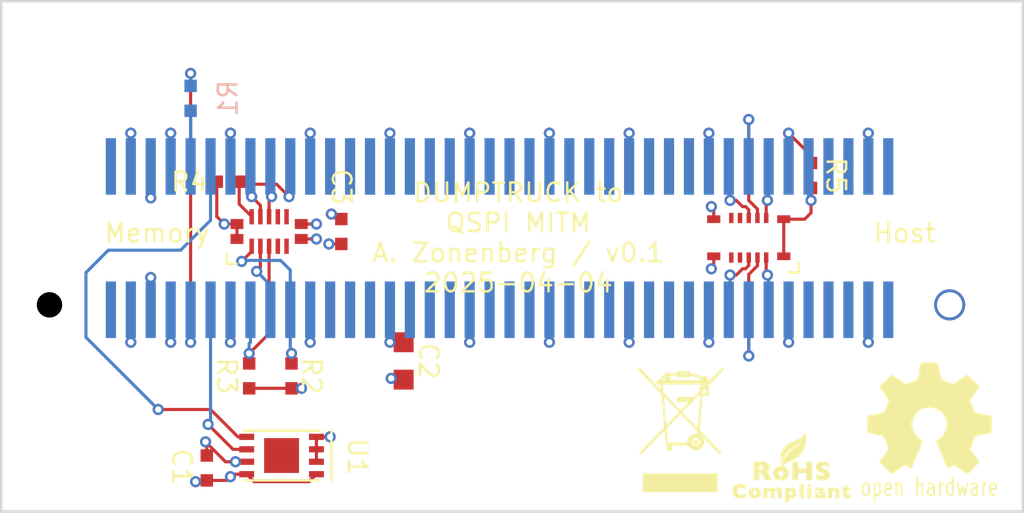
<source format=kicad_pcb>
(kicad_pcb (version 20240108) (generator "pcbnew") (generator_version "8.0")
  (layers (0 "F.Cu" signal) (1 "In1.Cu" signal) (2 "In2.Cu" signal) (31 "B.Cu" signal) (34 "B.Paste" user) (35 "F.Paste" user) (36 "B.SilkS" user "B.Silkscreen") (37 "F.SilkS" user "F.Silkscreen") (38 "B.Mask" user) (39 "F.Mask" user) (44 "Edge.Cuts" user))
  (net 0 "")
  (net 1 "/3V3_EEPROM")
  (net 2 "/GND")
  (net 3 "/VCC")
  (net 9 "/HOST_DQ0")
  (net 10 "/HOST_DQ1")
  (net 11 "/QSPI_DQ0")
  (net 12 "/QSPI_DQ2")
  (net 13 "/QSPI_SCK")
  (net 14 "Net-(J1B-PRESENT)")
  (net 17 "/QSPI_DQ3")
  (net 20 "/EEPROM_SCL")
  (net 21 "/QSPI_DQ1")
  (net 23 "/EEPROM_SDA")
  (net 24 "/HOST_DQ3")
  (net 36 "/HOST_DQ2")
  (net 42 "/HOST_CS_N")
  (net 43 "/DUT_VCC")
  (net 48 "/HOST_SCK")
  (net 50 "/QSPI_CS_N")
  (footprint "azonenberg_pcb:EIA_0603_CAP_NOSILK" (layer "F.Cu") (at 134.9 85.2 90)
    (property "Reference" "C2" (at 0 1 -90) (layer "F.SilkS") (effects (font (size 0.75 0.75) (thickness 0.1))))
    (property "Value" "4.7 uF" (hide yes))
    (pad "1" smd rect (at -0.75 0 90) (size 0.8 0.8) (layers "F.Cu" "F.Paste" "F.Mask") (net 3 "/VCC"))
    (pad "2" smd rect (at 0.75 0 90) (size 0.8 0.8) (layers "F.Cu" "F.Paste" "F.Mask") (net 2 "/GND"))
  )
  (footprint "azonenberg_pcb:EIA_0402_RES_NOSILK" (layer "F.Cu") (at 130.4 85.8 -90)
    (property "Reference" "R2" (at 0 -0.8 -90) (layer "F.SilkS") (effects (font (size 0.75 0.75) (thickness 0.1))))
    (property "Value" "10K" (hide yes))
    (pad "1" smd rect (at -0.499999 0 270) (size 0.5 0.5) (layers "F.Cu" "F.Paste" "F.Mask") (net 50 "/QSPI_CS_N"))
    (pad "2" smd rect (at 0.499999 0 270) (size 0.5 0.5) (layers "F.Cu" "F.Paste" "F.Mask") (net 3 "/VCC"))
  )
  (footprint "w_logo:Logo_silk_WEEE_3.4x5mm" (layer "F.Cu") (at 146 88)
    (property "Reference" "M3" (hide yes))
    (property "Value" "MECHANICAL" (hide yes))
  )
  (footprint "azonenberg_pcb:DFN_8_0.5MM_2x3MM_TALL" (layer "F.Cu") (at 130 89 90)
    (property "Reference" "U1" (at -0.05 3.05 -90) (layer "F.SilkS") (effects (font (size 0.75 0.75) (thickness 0.1))))
    (property "Value" "M24C02-RMC6TG" (hide yes))
    (pad "1" smd rect (at -0.750001 1.4 90) (size 0.25 0.6) (layers "F.Cu" "F.Paste" "F.Mask") (net 1 "/3V3_EEPROM"))
    (pad "2" smd rect (at -0.25 1.4 90) (size 0.25 0.6) (layers "F.Cu" "F.Paste" "F.Mask") (net 2 "/GND"))
    (pad "3" smd rect (at 0.25 1.4 90) (size 0.25 0.6) (layers "F.Cu" "F.Paste" "F.Mask") (net 2 "/GND"))
    (pad "4" smd rect (at 0.750001 1.4 90) (size 0.25 0.6) (layers "F.Cu" "F.Paste" "F.Mask") (net 2 "/GND"))
    (pad "5" smd rect (at 0.750001 -1.4 90) (size 0.25 0.6) (layers "F.Cu" "F.Paste" "F.Mask") (net 23 "/EEPROM_SDA"))
    (pad "6" smd rect (at 0.25 -1.4 90) (size 0.25 0.6) (layers "F.Cu" "F.Paste" "F.Mask") (net 20 "/EEPROM_SCL"))
    (pad "7" smd rect (at -0.25 -1.4 90) (size 0.25 0.6) (layers "F.Cu" "F.Paste" "F.Mask") (net 2 "/GND"))
    (pad "8" smd rect (at -0.750001 -1.4 90) (size 0.25 0.6) (layers "F.Cu" "F.Paste" "F.Mask") (net 1 "/3V3_EEPROM"))
    (pad "PAD" smd rect (at 0 0 90) (size 1.4 1.4) (layers "F.Cu" "F.Mask"))
  )
  (footprint "azonenberg_pcb:EIA_0402_CAP_NOSILK" (layer "F.Cu") (at 127 89.5 90)
    (property "Reference" "C1" (at 0.05 -1 -90) (layer "F.SilkS") (effects (font (size 0.75 0.75) (thickness 0.1))))
    (property "Value" "0.47 uF" (hide yes))
    (pad "1" smd rect (at -0.499999 0 90) (size 0.5 0.5) (layers "F.Cu" "F.Paste" "F.Mask") (net 1 "/3V3_EEPROM"))
    (pad "2" smd rect (at 0.499999 0 90) (size 0.5 0.5) (layers "F.Cu" "F.Paste" "F.Mask") (net 2 "/GND"))
  )
  (footprint "azonenberg_pcb:CONN_AMPHENOL_103R010BB100" (layer "F.Cu") (at 148.75 80.25 180)
    (property "Reference" "J2" (hide yes))
    (property "Value" "103R010BB100" (hide yes))
    (pad "1" smd rect (at -0.7 -0.795 180) (size 0.18 0.41) (layers "F.Cu" "F.Paste" "F.Mask") (net 42 "/HOST_CS_N"))
    (pad "2" smd rect (at -0.349999 -0.795 180) (size 0.18 0.41) (layers "F.Cu" "F.Paste" "F.Mask") (net 10 "/HOST_DQ1"))
    (pad "3" smd rect (at 0 -0.795 180) (size 0.18 0.41) (layers "F.Cu" "F.Paste" "F.Mask") (net 36 "/HOST_DQ2"))
    (pad "4" smd rect (at 0.349999 -0.795 180) (size 0.18 0.41) (layers "F.Cu" "F.Paste" "F.Mask"))
    (pad "5" smd rect (at 0.7 -0.795 180) (size 0.18 0.41) (layers "F.Cu" "F.Paste" "F.Mask"))
    (pad "6" smd rect (at -0.7 0.795 180) (size 0.18 0.41) (layers "F.Cu" "F.Paste" "F.Mask") (net 24 "/HOST_DQ3"))
    (pad "7" smd rect (at -0.349999 0.795 180) (size 0.18 0.41) (layers "F.Cu" "F.Paste" "F.Mask") (net 48 "/HOST_SCK"))
    (pad "8" smd rect (at 0 0.795 180) (size 0.18 0.41) (layers "F.Cu" "F.Paste" "F.Mask") (net 9 "/HOST_DQ0"))
    (pad "9" smd rect (at 0.349999 0.795 180) (size 0.18 0.41) (layers "F.Cu" "F.Paste" "F.Mask"))
    (pad "10" smd rect (at 0.7 0.795 180) (size 0.18 0.41) (layers "F.Cu" "F.Paste" "F.Mask"))
    (pad "11" smd rect (at -1.405 0.745001 180) (size 0.53 0.31) (layers "F.Cu" "F.Paste" "F.Mask") (net 43 "/DUT_VCC"))
    (pad "12" smd rect (at -1.405 -0.745001 180) (size 0.53 0.31) (layers "F.Cu" "F.Paste" "F.Mask") (net 43 "/DUT_VCC"))
    (pad "13" smd rect (at 1.405 -0.745001 180) (size 0.53 0.31) (layers "F.Cu" "F.Paste" "F.Mask") (net 2 "/GND"))
    (pad "14" smd rect (at 1.405 0.745001 180) (size 0.53 0.31) (layers "F.Cu" "F.Paste" "F.Mask") (net 2 "/GND"))
  )
  (footprint "azonenberg_pcb:EIA_0402_CAP_NOSILK" (layer "F.Cu") (at 132.4 80 -90)
    (property "Reference" "C3" (at -1.8 0 -90) (layer "F.SilkS") (effects (font (size 0.75 0.75) (thickness 0.1))))
    (property "Value" "0.47 uF" (hide yes))
    (pad "1" smd rect (at -0.499999 0 270) (size 0.5 0.5) (layers "F.Cu" "F.Paste" "F.Mask") (net 3 "/VCC"))
    (pad "2" smd rect (at 0.499999 0 270) (size 0.5 0.5) (layers "F.Cu" "F.Paste" "F.Mask") (net 2 "/GND"))
  )
  (footprint "azonenberg_pcb:EIA_0402_RES_NOSILK" (layer "F.Cu") (at 151.25 77.749999 90)
    (property "Reference" "R5" (at 0 1 -90) (layer "F.SilkS") (effects (font (size 0.75 0.75) (thickness 0.1))))
    (property "Value" "10K" (hide yes))
    (pad "1" smd rect (at -0.499999 0 90) (size 0.5 0.5) (layers "F.Cu" "F.Paste" "F.Mask") (net 43 "/DUT_VCC"))
    (pad "2" smd rect (at 0.499999 0 90) (size 0.5 0.5) (layers "F.Cu" "F.Paste" "F.Mask") (net 2 "/GND"))
  )
  (footprint "w_logo:Logo_silk_OSHW_6x6mm" (layer "F.Cu") (at 156 87.5)
    (property "Reference" "M2" (hide yes))
    (property "Value" "MECHANICAL" (hide yes))
  )
  (footprint "w_logo:Logo_silk_ROHS_5x2.8mm" (layer "F.Cu") (at 150.5 89.5)
    (property "Reference" "M1" (hide yes))
    (property "Value" "MECHANICAL" (hide yes))
  )
  (footprint "azonenberg_pcb:CONN_AMPHENOL_103P010BB100" (layer "F.Cu") (at 129.5 80)
    (property "Reference" "J3" (hide yes))
    (property "Value" "103P010BB1100" (hide yes))
    (pad "1" smd rect (at -0.7 0.5925) (size 0.18 0.615) (layers "F.Cu" "F.Paste" "F.Mask") (net 50 "/QSPI_CS_N"))
    (pad "2" smd rect (at -0.35 0.5925) (size 0.18 0.615) (layers "F.Cu" "F.Paste" "F.Mask") (net 21 "/QSPI_DQ1"))
    (pad "3" smd rect (at 0 0.5925) (size 0.18 0.615) (layers "F.Cu" "F.Paste" "F.Mask") (net 12 "/QSPI_DQ2"))
    (pad "4" smd rect (at 0.35 0.5925) (size 0.18 0.615) (layers "F.Cu" "F.Paste" "F.Mask"))
    (pad "5" smd rect (at 0.7 0.5925) (size 0.18 0.615) (layers "F.Cu" "F.Paste" "F.Mask"))
    (pad "6" smd rect (at -0.7 -0.5925) (size 0.18 0.615) (layers "F.Cu" "F.Paste" "F.Mask") (net 17 "/QSPI_DQ3"))
    (pad "7" smd rect (at -0.35 -0.5925) (size 0.18 0.615) (layers "F.Cu" "F.Paste" "F.Mask") (net 13 "/QSPI_SCK"))
    (pad "8" smd rect (at 0 -0.5925) (size 0.18 0.615) (layers "F.Cu" "F.Paste" "F.Mask") (net 11 "/QSPI_DQ0"))
    (pad "9" smd rect (at 0.35 -0.5925) (size 0.18 0.615) (layers "F.Cu" "F.Paste" "F.Mask"))
    (pad "10" smd rect (at 0.7 -0.5925) (size 0.18 0.615) (layers "F.Cu" "F.Paste" "F.Mask"))
    (pad "11" smd rect (at -1.29 -0.3) (size 0.52 0.4) (layers "F.Cu" "F.Paste" "F.Mask") (net 3 "/VCC"))
    (pad "12" smd rect (at -1.29 0.3) (size 0.52 0.4) (layers "F.Cu" "F.Paste" "F.Mask") (net 3 "/VCC"))
    (pad "13" smd rect (at 1.29 0.3) (size 0.52 0.4) (layers "F.Cu" "F.Paste" "F.Mask") (net 2 "/GND"))
    (pad "14" smd rect (at 1.29 -0.3) (size 0.52 0.4) (layers "F.Cu" "F.Paste" "F.Mask") (net 2 "/GND"))
  )
  (footprint "azonenberg_pcb:EIA_0402_RES_NOSILK" (layer "F.Cu") (at 128.7 85.8 -90)
    (property "Reference" "R3" (at 0 0.9 -90) (layer "F.SilkS") (effects (font (size 0.75 0.75) (thickness 0.1))))
    (property "Value" "10K" (hide yes))
    (pad "1" smd rect (at -0.499999 0 270) (size 0.5 0.5) (layers "F.Cu" "F.Paste" "F.Mask") (net 12 "/QSPI_DQ2"))
    (pad "2" smd rect (at 0.499999 0 270) (size 0.5 0.5) (layers "F.Cu" "F.Paste" "F.Mask") (net 3 "/VCC"))
  )
  (footprint "azonenberg_pcb:EIA_0402_RES_NOSILK" (layer "F.Cu") (at 127.9 78 180)
    (property "Reference" "R4" (at 1.6 0 0) (layer "F.SilkS") (effects (font (size 0.75 0.75) (thickness 0.1))))
    (property "Value" "10K" (hide yes))
    (pad "1" smd rect (at -0.499999 0 180) (size 0.5 0.5) (layers "F.Cu" "F.Paste" "F.Mask") (net 17 "/QSPI_DQ3"))
    (pad "2" smd rect (at 0.499999 0 180) (size 0.5 0.5) (layers "F.Cu" "F.Paste" "F.Mask") (net 3 "/VCC"))
  )
  (footprint "azonenberg_pcb:EIA_0402_RES_NOSILK" (layer "B.Cu") (at 126.35 74.65 -90)
    (property "Reference" "R1" (at 0 -1.5 90) (layer "B.SilkS") (effects (font (size 0.75 0.75) (thickness 0.1)) (justify mirror)))
    (property "Value" "0" (hide yes))
    (pad "1" smd rect (at -0.499999 0 270) (size 0.5 0.5) (layers "B.Cu" "B.Paste" "B.Mask") (net 1 "/3V3_EEPROM"))
    (pad "2" smd rect (at 0.499999 0 270) (size 0.5 0.5) (layers "B.Cu" "B.Paste" "B.Mask") (net 14 "Net-(J1B-PRESENT)"))
  )
  (footprint "azonenberg_pcb:CONN_SAMTEC_BSE-040-01-L-D-A-TR" (layer "B.Cu") (at 138.75 80.25)
    (property "Reference" "J1" (hide yes))
    (property "Value" "CONN_DUMPTRUCK_DEVICE" (hide yes))
    (pad "" np_thru_hole circle (at -18.064 2.6965) (size 1.25 1.25) (drill 1.02) (layers "Dwgs.User"))
    (pad "" np_thru_hole circle (at 18.064 2.6965) (size 1.25 1.25) (drill 1.016) (layers "F&B.Cu" "Dwgs.User"))
    (pad "1" smd rect (at -15.6 -2.8635) (size 0.41 2.273) (layers "B.Cu" "B.Paste" "B.Mask"))
    (pad "2" smd rect (at -15.6 2.8935) (size 0.41 2.273) (layers "B.Cu" "B.Paste" "B.Mask"))
    (pad "3" smd rect (at -14.8 -2.8635) (size 0.41 2.273) (layers "B.Cu" "B.Paste" "B.Mask") (net 2 "/GND"))
    (pad "4" smd rect (at -14.8 2.8935) (size 0.41 2.273) (layers "B.Cu" "B.Paste" "B.Mask") (net 2 "/GND"))
    (pad "5" smd rect (at -14 -2.8635) (size 0.41 2.273) (layers "B.Cu" "B.Paste" "B.Mask") (net 3 "/VCC"))
    (pad "6" smd rect (at -14 2.8935) (size 0.41 2.273) (layers "B.Cu" "B.Paste" "B.Mask") (net 3 "/VCC"))
    (pad "7" smd rect (at -13.2 -2.8635) (size 0.41 2.273) (layers "B.Cu" "B.Paste" "B.Mask") (net 2 "/GND"))
    (pad "8" smd rect (at -13.2 2.8935) (size 0.41 2.273) (layers "B.Cu" "B.Paste" "B.Mask") (net 2 "/GND"))
    (pad "9" smd rect (at -12.4 -2.8635) (size 0.41 2.273) (layers "B.Cu" "B.Paste" "B.Mask") (net 14 "Net-(J1B-PRESENT)"))
    (pad "10" smd rect (at -12.4 2.8935) (size 0.41 2.273) (layers "B.Cu" "B.Paste" "B.Mask") (net 1 "/3V3_EEPROM"))
    (pad "11" smd rect (at -11.6 -2.8635) (size 0.41 2.273) (layers "B.Cu" "B.Paste" "B.Mask") (net 23 "/EEPROM_SDA"))
    (pad "12" smd rect (at -11.6 2.8935) (size 0.41 2.273) (layers "B.Cu" "B.Paste" "B.Mask") (net 20 "/EEPROM_SCL"))
    (pad "13" smd rect (at -10.8 -2.8635) (size 0.41 2.273) (layers "B.Cu" "B.Paste" "B.Mask") (net 2 "/GND"))
    (pad "14" smd rect (at -10.8 2.8935) (size 0.41 2.273) (layers "B.Cu" "B.Paste" "B.Mask") (net 2 "/GND"))
    (pad "15" smd rect (at -10 -2.8635) (size 0.41 2.273) (layers "B.Cu" "B.Paste" "B.Mask") (net 13 "/QSPI_SCK"))
    (pad "16" smd rect (at -10 2.8935) (size 0.41 2.273) (layers "B.Cu" "B.Paste" "B.Mask") (net 12 "/QSPI_DQ2"))
    (pad "17" smd rect (at -9.2 -2.8635) (size 0.41 2.273) (layers "B.Cu" "B.Paste" "B.Mask") (net 11 "/QSPI_DQ0"))
    (pad "18" smd rect (at -9.2 2.8935) (size 0.41 2.273) (layers "B.Cu" "B.Paste" "B.Mask") (net 21 "/QSPI_DQ1"))
    (pad "19" smd rect (at -8.4 -2.8635) (size 0.41 2.273) (layers "B.Cu" "B.Paste" "B.Mask") (net 17 "/QSPI_DQ3"))
    (pad "20" smd rect (at -8.4 2.8935) (size 0.41 2.273) (layers "B.Cu" "B.Paste" "B.Mask") (net 50 "/QSPI_CS_N"))
    (pad "21" smd rect (at -7.6 -2.8635) (size 0.41 2.273) (layers "B.Cu" "B.Paste" "B.Mask") (net 2 "/GND"))
    (pad "22" smd rect (at -7.6 2.8935) (size 0.41 2.273) (layers "B.Cu" "B.Paste" "B.Mask") (net 2 "/GND"))
    (pad "23" smd rect (at -6.8 -2.8635) (size 0.41 2.273) (layers "B.Cu" "B.Paste" "B.Mask"))
    (pad "24" smd rect (at -6.8 2.8935) (size 0.41 2.273) (layers "B.Cu" "B.Paste" "B.Mask"))
    (pad "25" smd rect (at -6 -2.8635) (size 0.41 2.273) (layers "B.Cu" "B.Paste" "B.Mask"))
    (pad "26" smd rect (at -6 2.8935) (size 0.41 2.273) (layers "B.Cu" "B.Paste" "B.Mask"))
    (pad "27" smd rect (at -5.2 -2.8635) (size 0.41 2.273) (layers "B.Cu" "B.Paste" "B.Mask"))
    (pad "28" smd rect (at -5.2 2.8935) (size 0.41 2.273) (layers "B.Cu" "B.Paste" "B.Mask"))
    (pad "29" smd rect (at -4.4 -2.8635) (size 0.41 2.273) (layers "B.Cu" "B.Paste" "B.Mask") (net 2 "/GND"))
    (pad "30" smd rect (at -4.4 2.8935) (size 0.41 2.273) (layers "B.Cu" "B.Paste" "B.Mask") (net 2 "/GND"))
    (pad "31" smd rect (at -3.6 -2.8635) (size 0.41 2.273) (layers "B.Cu" "B.Paste" "B.Mask"))
    (pad "32" smd rect (at -3.6 2.8935) (size 0.41 2.273) (layers "B.Cu" "B.Paste" "B.Mask"))
    (pad "33" smd rect (at -2.8 -2.8635) (size 0.41 2.273) (layers "B.Cu" "B.Paste" "B.Mask"))
    (pad "34" smd rect (at -2.8 2.8935) (size 0.41 2.273) (layers "B.Cu" "B.Paste" "B.Mask"))
    (pad "35" smd rect (at -2 -2.8635) (size 0.41 2.273) (layers "B.Cu" "B.Paste" "B.Mask"))
    (pad "36" smd rect (at -2 2.8935) (size 0.41 2.273) (layers "B.Cu" "B.Paste" "B.Mask"))
    (pad "37" smd rect (at -1.2 -2.8635) (size 0.41 2.273) (layers "B.Cu" "B.Paste" "B.Mask") (net 2 "/GND"))
    (pad "38" smd rect (at -1.2 2.8935) (size 0.41 2.273) (layers "B.Cu" "B.Paste" "B.Mask") (net 2 "/GND"))
    (pad "39" smd rect (at -0.4 -2.8635) (size 0.41 2.273) (layers "B.Cu" "B.Paste" "B.Mask"))
    (pad "40" smd rect (at -0.4 2.8935) (size 0.41 2.273) (layers "B.Cu" "B.Paste" "B.Mask"))
    (pad "41" smd rect (at 0.4 -2.8635) (size 0.41 2.273) (layers "B.Cu" "B.Paste" "B.Mask"))
    (pad "42" smd rect (at 0.4 2.8935) (size 0.41 2.273) (layers "B.Cu" "B.Paste" "B.Mask"))
    (pad "43" smd rect (at 1.2 -2.8635) (size 0.41 2.273) (layers "B.Cu" "B.Paste" "B.Mask"))
    (pad "44" smd rect (at 1.2 2.8935) (size 0.41 2.273) (layers "B.Cu" "B.Paste" "B.Mask"))
    (pad "45" smd rect (at 2 -2.8635) (size 0.41 2.273) (layers "B.Cu" "B.Paste" "B.Mask") (net 2 "/GND"))
    (pad "46" smd rect (at 2 2.8935) (size 0.41 2.273) (layers "B.Cu" "B.Paste" "B.Mask") (net 2 "/GND"))
    (pad "47" smd rect (at 2.8 -2.8635) (size 0.41 2.273) (layers "B.Cu" "B.Paste" "B.Mask"))
    (pad "48" smd rect (at 2.8 2.8935) (size 0.41 2.273) (layers "B.Cu" "B.Paste" "B.Mask"))
    (pad "49" smd rect (at 3.6 -2.8635) (size 0.41 2.273) (layers "B.Cu" "B.Paste" "B.Mask"))
    (pad "50" smd rect (at 3.6 2.8935) (size 0.41 2.273) (layers "B.Cu" "B.Paste" "B.Mask"))
    (pad "51" smd rect (at 4.4 -2.8635) (size 0.41 2.273) (layers "B.Cu" "B.Paste" "B.Mask"))
    (pad "52" smd rect (at 4.4 2.8935) (size 0.41 2.273) (layers "B.Cu" "B.Paste" "B.Mask"))
    (pad "53" smd rect (at 5.2 -2.8635) (size 0.41 2.273) (layers "B.Cu" "B.Paste" "B.Mask") (net 2 "/GND"))
    (pad "54" smd rect (at 5.2 2.8935) (size 0.41 2.273) (layers "B.Cu" "B.Paste" "B.Mask") (net 2 "/GND"))
    (pad "55" smd rect (at 6 -2.8635) (size 0.41 2.273) (layers "B.Cu" "B.Paste" "B.Mask"))
    (pad "56" smd rect (at 6 2.8935) (size 0.41 2.273) (layers "B.Cu" "B.Paste" "B.Mask"))
    (pad "57" smd rect (at 6.8 -2.8635) (size 0.41 2.273) (layers "B.Cu" "B.Paste" "B.Mask"))
    (pad "58" smd rect (at 6.8 2.8935) (size 0.41 2.273) (layers "B.Cu" "B.Paste" "B.Mask"))
    (pad "59" smd rect (at 7.6 -2.8635) (size 0.41 2.273) (layers "B.Cu" "B.Paste" "B.Mask"))
    (pad "60" smd rect (at 7.6 2.8935) (size 0.41 2.273) (layers "B.Cu" "B.Paste" "B.Mask"))
    (pad "61" smd rect (at 8.4 -2.8635) (size 0.41 2.273) (layers "B.Cu" "B.Paste" "B.Mask") (net 2 "/GND"))
    (pad "62" smd rect (at 8.4 2.8935) (size 0.41 2.273) (layers "B.Cu" "B.Paste" "B.Mask") (net 2 "/GND"))
    (pad "63" smd rect (at 9.2 -2.8635) (size 0.41 2.273) (layers "B.Cu" "B.Paste" "B.Mask") (net 9 "/HOST_DQ0"))
    (pad "64" smd rect (at 9.2 2.8935) (size 0.41 2.273) (layers "B.Cu" "B.Paste" "B.Mask") (net 36 "/HOST_DQ2"))
    (pad "65" smd rect (at 10 -2.8635) (size 0.41 2.273) (layers "B.Cu" "B.Paste" "B.Mask") (net 48 "/HOST_SCK"))
    (pad "66" smd rect (at 10 2.8935) (size 0.41 2.273) (layers "B.Cu" "B.Paste" "B.Mask") (net 10 "/HOST_DQ1"))
    (pad "67" smd rect (at 10.8 -2.8635) (size 0.41 2.273) (layers "B.Cu" "B.Paste" "B.Mask") (net 24 "/HOST_DQ3"))
    (pad "68" smd rect (at 10.8 2.8935) (size 0.41 2.273) (layers "B.Cu" "B.Paste" "B.Mask") (net 42 "/HOST_CS_N"))
    (pad "69" smd rect (at 11.6 -2.8635) (size 0.41 2.273) (layers "B.Cu" "B.Paste" "B.Mask") (net 2 "/GND"))
    (pad "70" smd rect (at 11.6 2.8935) (size 0.41 2.273) (layers "B.Cu" "B.Paste" "B.Mask") (net 2 "/GND"))
    (pad "71" smd rect (at 12.4 -2.8635) (size 0.41 2.273) (layers "B.Cu" "B.Paste" "B.Mask") (net 43 "/DUT_VCC"))
    (pad "72" smd rect (at 12.4 2.8935) (size 0.41 2.273) (layers "B.Cu" "B.Paste" "B.Mask"))
    (pad "73" smd rect (at 13.2 -2.8635) (size 0.41 2.273) (layers "B.Cu" "B.Paste" "B.Mask"))
    (pad "74" smd rect (at 13.2 2.8935) (size 0.41 2.273) (layers "B.Cu" "B.Paste" "B.Mask"))
    (pad "75" smd rect (at 14 -2.8635) (size 0.41 2.273) (layers "B.Cu" "B.Paste" "B.Mask"))
    (pad "76" smd rect (at 14 2.8935) (size 0.41 2.273) (layers "B.Cu" "B.Paste" "B.Mask"))
    (pad "77" smd rect (at 14.8 -2.8635) (size 0.41 2.273) (layers "B.Cu" "B.Paste" "B.Mask") (net 2 "/GND"))
    (pad "78" smd rect (at 14.8 2.8935) (size 0.41 2.273) (layers "B.Cu" "B.Paste" "B.Mask") (net 2 "/GND"))
    (pad "79" smd rect (at 15.6 -2.8635) (size 0.41 2.273) (layers "B.Cu" "B.Paste" "B.Mask"))
    (pad "80" smd rect (at 15.6 2.8935) (size 0.41 2.273) (layers "B.Cu" "B.Paste" "B.Mask"))
  )
  (gr_rect (start 118.75 70.75) (end 159.75 91.25) (stroke (width 0.1)) (fill none) (layer "Edge.Cuts"))
  (gr_text "Host" (at 155 80.5 0) (layer "F.SilkS") (effects (font (size 0.75 0.75) (thickness 0.1)) (justify bottom)))
  (gr_text "DUMPTRUCK to\nQSPI MITM\nA. Zonenberg / v0.1\n2025-04-04" (at 139.5 82.5 0) (layer "F.SilkS") (effects (font (size 0.75 0.75) (thickness 0.1)) (justify bottom)))
  (gr_text "Memory" (at 125 80.5 0) (layer "F.SilkS") (effects (font (size 0.75 0.75) (thickness 0.1)) (justify bottom)))
  (segment (start 127 89.999999) (end 127.800001 89.999999) (width 0.125) (layer "F.Cu") (net 1))
  (segment (start 128.899999 90.05) (end 131.100001 90.05) (width 0.125) (layer "F.Cu") (net 1))
  (segment (start 128.6 89.750001) (end 128.899999 90.05) (width 0.125) (layer "F.Cu") (net 1))
  (segment (start 126.35 73.65) (end 126.35 84.45) (width 0.125) (layer "F.Cu") (net 1))
  (segment (start 127.800001 89.999999) (end 128.049999 89.750001) (width 0.125) (layer "F.Cu") (net 1))
  (segment (start 126.55 90.05) (end 126.949999 90.05) (width 0.125) (layer "F.Cu") (net 1))
  (segment (start 128.6 89.750001) (end 128.049999 89.750001) (width 0.125) (layer "F.Cu") (net 1))
  (segment (start 131.100001 90.05) (end 131.4 89.750001) (width 0.125) (layer "F.Cu") (net 1))
  (via (at 126.55 90.05) (size 0.45) (drill 0.25) (layers "F.Cu" "B.Cu") (net 1))
  (via (at 126.35 73.65) (size 0.45) (drill 0.25) (layers "F.Cu" "B.Cu") (net 1))
  (via (at 127.95 89.85) (size 0.45) (drill 0.25) (layers "F.Cu" "B.Cu") (net 1))
  (via (at 126.35 84.45) (size 0.45) (drill 0.25) (layers "F.Cu" "B.Cu") (net 1))
  (segment (start 126.349999 83.1435) (end 126.35 84.45) (width 0.125) (layer "B.Cu") (net 1))
  (segment (start 126.35 74.150001) (end 126.35 73.65) (width 0.125) (layer "B.Cu") (net 1))
  (segment (start 126.95 88.45) (end 127.75 89.25) (width 0.125) (layer "F.Cu") (net 2))
  (segment (start 130.79 79.7) (end 131.4 79.7) (width 0.125) (layer "F.Cu") (net 2))
  (segment (start 132.4 80.499999) (end 131.900001 80.499999) (width 0.125) (layer "F.Cu") (net 2))
  (segment (start 131.900001 80.499999) (end 131.9 80.5) (width 0.125) (layer "F.Cu") (net 2))
  (segment (start 130.79 80.3) (end 131.4 80.3) (width 0.125) (layer "F.Cu") (net 2))
  (segment (start 131.4 89.25) (end 131.400001 88.249999) (width 0.125) (layer "F.Cu") (net 2))
  (segment (start 147.345 79.504999) (end 147.345 79.095) (width 0.125) (layer "F.Cu") (net 2))
  (segment (start 131.95 88.25) (end 131.400001 88.25) (width 0.125) (layer "F.Cu") (net 2))
  (segment (start 151.25 77.25) (end 151.25 76.95) (width 0.125) (layer "F.Cu") (net 2))
  (segment (start 147.345 80.995001) (end 147.345 81.405) (width 0.125) (layer "F.Cu") (net 2))
  (segment (start 147.345 81.405) (end 147.25 81.5) (width 0.125) (layer "F.Cu") (net 2))
  (segment (start 127.75 89.25) (end 128.6 89.25) (width 0.125) (layer "F.Cu") (net 2))
  (segment (start 127 89.000001) (end 127 88.5) (width 0.125) (layer "F.Cu") (net 2))
  (segment (start 147.345 79.095) (end 147.25 79) (width 0.125) (layer "F.Cu") (net 2))
  (segment (start 151.25 76.95) (end 150.35 76.05) (width 0.125) (layer "F.Cu") (net 2))
  (via (at 140.75 76.05) (size 0.45) (drill 0.25) (layers "F.Cu" "B.Cu") (net 2))
  (via (at 147.25 79) (size 0.45) (drill 0.25) (layers "F.Cu" "B.Cu") (net 2))
  (via (at 127.95 84.45) (size 0.45) (drill 0.25) (layers "F.Cu" "B.Cu") (net 2))
  (via (at 147.25 81.5) (size 0.45) (drill 0.25) (layers "F.Cu" "B.Cu") (net 2))
  (via (at 150.35 76.05) (size 0.45) (drill 0.25) (layers "F.Cu" "B.Cu") (net 2))
  (via (at 131.4 79.7) (size 0.45) (drill 0.25) (layers "F.Cu" "B.Cu") (net 2))
  (via (at 134.35 76.05) (size 0.45) (drill 0.25) (layers "F.Cu" "B.Cu") (net 2))
  (via (at 131.95 88.25) (size 0.45) (drill 0.25) (layers "F.Cu" "B.Cu") (net 2))
  (via (at 150.35 84.45) (size 0.45) (drill 0.25) (layers "F.Cu" "B.Cu") (net 2))
  (via (at 128.15 89.25) (size 0.45) (drill 0.25) (layers "F.Cu" "B.Cu") (net 2))
  (via (at 131.4 80.3) (size 0.45) (drill 0.25) (layers "F.Cu" "B.Cu") (net 2))
  (via (at 153.55 76.05) (size 0.45) (drill 0.25) (layers "F.Cu" "B.Cu") (net 2))
  (via (at 134.35 84.45) (size 0.45) (drill 0.25) (layers "F.Cu" "B.Cu") (net 2))
  (via (at 137.55 76.05) (size 0.45) (drill 0.25) (layers "F.Cu" "B.Cu") (net 2))
  (via (at 127.95 76.05) (size 0.45) (drill 0.25) (layers "F.Cu" "B.Cu") (net 2))
  (via (at 140.75 84.45) (size 0.45) (drill 0.25) (layers "F.Cu" "B.Cu") (net 2))
  (via (at 126.95 88.45) (size 0.45) (drill 0.25) (layers "F.Cu" "B.Cu") (net 2))
  (via (at 125.55 76.05) (size 0.45) (drill 0.25) (layers "F.Cu" "B.Cu") (net 2))
  (via (at 123.95 76.05) (size 0.45) (drill 0.25) (layers "F.Cu" "B.Cu") (net 2))
  (via (at 131.9 80.5) (size 0.45) (drill 0.25) (layers "F.Cu" "B.Cu") (net 2))
  (via (at 125.55 84.45) (size 0.45) (drill 0.25) (layers "F.Cu" "B.Cu") (net 2))
  (via (at 131.15 84.45) (size 0.45) (drill 0.25) (layers "F.Cu" "B.Cu") (net 2))
  (via (at 143.95 76.05) (size 0.45) (drill 0.25) (layers "F.Cu" "B.Cu") (net 2))
  (via (at 131.15 76.05) (size 0.45) (drill 0.25) (layers "F.Cu" "B.Cu") (net 2))
  (via (at 147.15 84.45) (size 0.45) (drill 0.25) (layers "F.Cu" "B.Cu") (net 2))
  (via (at 143.95 84.45) (size 0.45) (drill 0.25) (layers "F.Cu" "B.Cu") (net 2))
  (via (at 137.55 84.45) (size 0.45) (drill 0.25) (layers "F.Cu" "B.Cu") (net 2))
  (via (at 153.55 84.45) (size 0.45) (drill 0.25) (layers "F.Cu" "B.Cu") (net 2))
  (via (at 147.15 76.05) (size 0.45) (drill 0.25) (layers "F.Cu" "B.Cu") (net 2))
  (via (at 123.95 84.45) (size 0.45) (drill 0.25) (layers "F.Cu" "B.Cu") (net 2))
  (segment (start 127.95 77.3865) (end 127.95 76.05) (width 0.125) (layer "B.Cu") (net 2))
  (segment (start 137.55 76.05) (end 137.55 77.3865) (width 0.125) (layer "B.Cu") (net 2))
  (segment (start 153.55 84.45) (end 153.55 83.1435) (width 0.125) (layer "B.Cu") (net 2))
  (segment (start 137.549999 84.45) (end 137.55 83.1435) (width 0.125) (layer "B.Cu") (net 2))
  (segment (start 150.35 76.05) (end 150.35 77.3865) (width 0.125) (layer "B.Cu") (net 2))
  (segment (start 125.55 76.05) (end 125.55 77.3865) (width 0.125) (layer "B.Cu") (net 2))
  (segment (start 123.95 84.45) (end 123.95 83.1435) (width 0.125) (layer "B.Cu") (net 2))
  (segment (start 147.149999 84.45) (end 147.15 83.1435) (width 0.125) (layer "B.Cu") (net 2))
  (segment (start 131.15 76.05) (end 131.15 77.3865) (width 0.125) (layer "B.Cu") (net 2))
  (segment (start 147.15 76.05) (end 147.15 77.3865) (width 0.125) (layer "B.Cu") (net 2))
  (segment (start 140.75 84.45) (end 140.75 83.1435) (width 0.125) (layer "B.Cu") (net 2))
  (segment (start 134.35 84.45) (end 134.35 83.1435) (width 0.125) (layer "B.Cu") (net 2))
  (segment (start 123.95 76.05) (end 123.95 77.3865) (width 0.125) (layer "B.Cu") (net 2))
  (segment (start 134.35 76.05) (end 134.35 77.3865) (width 0.125) (layer "B.Cu") (net 2))
  (segment (start 150.35 84.45) (end 150.35 83.1435) (width 0.125) (layer "B.Cu") (net 2))
  (segment (start 143.95 76.05) (end 143.95 77.3865) (width 0.125) (layer "B.Cu") (net 2))
  (segment (start 127.95 84.45) (end 127.95 83.1435) (width 0.125) (layer "B.Cu") (net 2))
  (segment (start 143.95 84.45) (end 143.95 83.1435) (width 0.125) (layer "B.Cu") (net 2))
  (segment (start 140.75 76.05) (end 140.75 77.3865) (width 0.125) (layer "B.Cu") (net 2))
  (segment (start 125.55 84.45) (end 125.55 83.1435) (width 0.125) (layer "B.Cu") (net 2))
  (segment (start 153.55 76.05) (end 153.55 77.3865) (width 0.125) (layer "B.Cu") (net 2))
  (segment (start 128.21 79.7) (end 127.7 79.7) (width 0.125) (layer "F.Cu") (net 3))
  (segment (start 132.4 79.500001) (end 132.200001 79.500001) (width 0.125) (layer "F.Cu") (net 3))
  (segment (start 132.200001 79.500001) (end 132 79.3) (width 0.125) (layer "F.Cu") (net 3))
  (segment (start 127.400001 78.1) (end 127.400001 79.400001) (width 0.125) (layer "F.Cu") (net 3))
  (segment (start 128.21 79.7) (end 128.21 80.3) (width 0.125) (layer "F.Cu") (net 3))
  (segment (start 130.4 86.299999) (end 130.799999 86.299999) (width 0.125) (layer "F.Cu") (net 3))
  (segment (start 130.4 86.299999) (end 128.7 86.299999) (width 0.125) (layer "F.Cu") (net 3))
  (segment (start 134.45 85.95) (end 134.4 85.9) (width 0.125) (layer "F.Cu") (net 3))
  (segment (start 134.9 85.95) (end 134.45 85.95) (width 0.125) (layer "F.Cu") (net 3))
  (segment (start 130.799999 86.299999) (end 130.8 86.3) (width 0.125) (layer "F.Cu") (net 3))
  (segment (start 127.400001 79.400001) (end 127.7 79.7) (width 0.125) (layer "F.Cu") (net 3))
  (via (at 127.7 79.7) (size 0.45) (drill 0.25) (layers "F.Cu" "B.Cu") (net 3))
  (via (at 130.8 86.3) (size 0.45) (drill 0.25) (layers "F.Cu" "B.Cu") (net 3))
  (via (at 124.75 78.65) (size 0.45) (drill 0.25) (layers "F.Cu" "B.Cu") (net 3))
  (via (at 124.75 81.85) (size 0.45) (drill 0.25) (layers "F.Cu" "B.Cu") (net 3))
  (via (at 134.4 85.9) (size 0.45) (drill 0.25) (layers "F.Cu" "B.Cu") (net 3))
  (via (at 132 79.3) (size 0.45) (drill 0.25) (layers "F.Cu" "B.Cu") (net 3))
  (segment (start 124.75 81.85) (end 124.750001 83.1435) (width 0.125) (layer "B.Cu") (net 3))
  (segment (start 124.75 77.3865) (end 124.75 78.65) (width 0.125) (layer "B.Cu") (net 3))
  (segment (start 148.625 79) (end 148.75 79.125) (width 0.125) (layer "F.Cu") (net 9))
  (segment (start 148 78.75) (end 148.25 78.75) (width 0.125) (layer "F.Cu") (net 9))
  (segment (start 148.25 78.75) (end 148.5 79) (width 0.125) (layer "F.Cu") (net 9))
  (segment (start 148.5 79) (end 148.625 79) (width 0.125) (layer "F.Cu") (net 9))
  (segment (start 148.75 79.125) (end 148.75 79.455) (width 0.125) (layer "F.Cu") (net 9))
  (via (at 148 78.75) (size 0.45) (drill 0.25) (layers "F.Cu" "B.Cu") (net 9))
  (segment (start 147.95 77.3865) (end 147.95 78.7) (width 0.125) (layer "B.Cu") (net 9))
  (segment (start 147.95 78.7) (end 148 78.75) (width 0.125) (layer "B.Cu") (net 9))
  (segment (start 148.75 81.724999) (end 148.75 82) (width 0.125) (layer "F.Cu") (net 10))
  (segment (start 149.099999 81.375) (end 148.75 81.724999) (width 0.125) (layer "F.Cu") (net 10))
  (segment (start 148.75 82) (end 148.75 85) (width 0.125) (layer "F.Cu") (net 10))
  (segment (start 149.099999 81.045) (end 149.099999 81.375) (width 0.125) (layer "F.Cu") (net 10))
  (via (at 148.75 85) (size 0.45) (drill 0.25) (layers "F.Cu" "B.Cu") (net 10))
  (segment (start 148.75 85) (end 148.75 83.1435) (width 0.125) (layer "B.Cu") (net 10))
  (segment (start 129.5 78.7) (end 129.6 78.6) (width 0.125) (layer "F.Cu") (net 11))
  (segment (start 129.5 79.4075) (end 129.5 78.7) (width 0.125) (layer "F.Cu") (net 11))
  (via (at 129.6 78.6) (size 0.45) (drill 0.25) (layers "F.Cu" "B.Cu") (net 11))
  (segment (start 129.5 84.1) (end 128.7 84.9) (width 0.125) (layer "F.Cu") (net 12))
  (segment (start 129.5 80.5925) (end 129.5 84.1) (width 0.125) (layer "F.Cu") (net 12))
  (via (at 128.7 84.9) (size 0.45) (drill 0.25) (layers "F.Cu" "B.Cu") (net 12))
  (segment (start 128.7 84.9) (end 128.7 84.5) (width 0.125) (layer "B.Cu") (net 12))
  (segment (start 128.7 84.5) (end 128.75 84.45) (width 0.125) (layer "B.Cu") (net 12))
  (segment (start 128.75 84.45) (end 128.75 83.1435) (width 0.125) (layer "B.Cu") (net 12))
  (segment (start 129.15 79.4075) (end 129.15 78.95) (width 0.125) (layer "F.Cu") (net 13))
  (segment (start 129.15 78.95) (end 128.8 78.6) (width 0.125) (layer "F.Cu") (net 13))
  (via (at 128.8 78.6) (size 0.45) (drill 0.25) (layers "F.Cu" "B.Cu") (net 13))
  (segment (start 126.35 75.149999) (end 126.35 77.3865) (width 0.125) (layer "B.Cu") (net 14))
  (segment (start 129.8 78.1) (end 130.3 78.6) (width 0.125) (layer "F.Cu") (net 17))
  (segment (start 128.3 78.2) (end 128.4 78.1) (width 0.125) (layer "F.Cu") (net 17))
  (segment (start 128.3 78.9) (end 128.3 78.2) (width 0.125) (layer "F.Cu") (net 17))
  (segment (start 128.8 79.4) (end 128.3 78.9) (width 0.125) (layer "F.Cu") (net 17))
  (segment (start 128.4 78.1) (end 129.8 78.1) (width 0.125) (layer "F.Cu") (net 17))
  (via (at 130.3 78.6) (size 0.45) (drill 0.25) (layers "F.Cu" "B.Cu") (net 17))
  (segment (start 128.05 88.75) (end 128.6 88.75) (width 0.125) (layer "F.Cu") (net 20))
  (segment (start 127.05 87.75) (end 128.05 88.75) (width 0.125) (layer "F.Cu") (net 20))
  (via (at 127.05 87.75) (size 0.45) (drill 0.25) (layers "F.Cu" "B.Cu") (net 20))
  (segment (start 127.15 83.1435) (end 127.15 87.65) (width 0.125) (layer "B.Cu") (net 20))
  (segment (start 127.15 87.65) (end 127.05 87.75) (width 0.125) (layer "B.Cu") (net 20))
  (segment (start 129.15 80.5925) (end 129.15 81.45) (width 0.125) (layer "F.Cu") (net 21))
  (segment (start 129.15 81.45) (end 129 81.6) (width 0.125) (layer "F.Cu") (net 21))
  (via (at 129 81.6) (size 0.45) (drill 0.25) (layers "F.Cu" "B.Cu") (net 21))
  (segment (start 129 81.6) (end 129.55 82.15) (width 0.125) (layer "B.Cu") (net 21))
  (segment (start 128.249999 88.249999) (end 128.6 88.249999) (width 0.125) (layer "F.Cu") (net 23))
  (segment (start 125.05 87.15) (end 127.15 87.15) (width 0.125) (layer "F.Cu") (net 23))
  (segment (start 127.15 87.15) (end 128.249999 88.249999) (width 0.125) (layer "F.Cu") (net 23))
  (via (at 125.05 87.15) (size 0.45) (drill 0.25) (layers "F.Cu" "B.Cu") (net 23))
  (segment (start 122.15 81.65) (end 123.05 80.75) (width 0.125) (layer "B.Cu") (net 23))
  (segment (start 127.15 79.55) (end 125.95 80.75) (width 0.125) (layer "B.Cu") (net 23))
  (segment (start 122.15 84.25) (end 125.05 87.15) (width 0.125) (layer "B.Cu") (net 23))
  (segment (start 122.15 81.65) (end 122.15 84.25) (width 0.125) (layer "B.Cu") (net 23))
  (segment (start 127.15 77.3865) (end 127.15 79.55) (width 0.125) (layer "B.Cu") (net 23))
  (segment (start 125.95 80.75) (end 123.05 80.75) (width 0.125) (layer "B.Cu") (net 23))
  (segment (start 149.45 78.8) (end 149.5 78.75) (width 0.125) (layer "F.Cu") (net 24))
  (segment (start 149.45 79.455) (end 149.45 78.8) (width 0.125) (layer "F.Cu") (net 24))
  (via (at 149.5 78.75) (size 0.45) (drill 0.25) (layers "F.Cu" "B.Cu") (net 24))
  (segment (start 149.55 78.7) (end 149.5 78.75) (width 0.125) (layer "B.Cu") (net 24))
  (segment (start 149.55 77.3865) (end 149.55 78.7) (width 0.125) (layer "B.Cu") (net 24))
  (segment (start 148.25 81.75) (end 148 81.75) (width 0.125) (layer "F.Cu") (net 36))
  (segment (start 148.5 81.5) (end 148.25 81.75) (width 0.125) (layer "F.Cu") (net 36))
  (segment (start 148.75 81.365001) (end 148.615001 81.5) (width 0.125) (layer "F.Cu") (net 36))
  (segment (start 148.615001 81.5) (end 148.5 81.5) (width 0.125) (layer "F.Cu") (net 36))
  (segment (start 148.75 81.045) (end 148.75 81.365001) (width 0.125) (layer "F.Cu") (net 36))
  (via (at 148 81.75) (size 0.45) (drill 0.25) (layers "F.Cu" "B.Cu") (net 36))
  (segment (start 148 81.75) (end 148 83.0935) (width 0.125) (layer "B.Cu") (net 36))
  (segment (start 149.45 81.7) (end 149.5 81.75) (width 0.125) (layer "F.Cu") (net 42))
  (segment (start 149.45 81.045) (end 149.45 81.7) (width 0.125) (layer "F.Cu") (net 42))
  (via (at 149.5 81.75) (size 0.45) (drill 0.25) (layers "F.Cu" "B.Cu") (net 42))
  (segment (start 149.55 81.8) (end 149.55 83.1435) (width 0.125) (layer "B.Cu") (net 42))
  (segment (start 149.5 81.75) (end 149.55 81.8) (width 0.125) (layer "B.Cu") (net 42))
  (segment (start 151.25 78.75) (end 151.25 78.299998) (width 0.125) (layer "F.Cu") (net 43))
  (segment (start 151.25 78.75) (end 151.25 79.25) (width 0.125) (layer "F.Cu") (net 43))
  (segment (start 150.995001 79.504999) (end 150.155 79.504999) (width 0.125) (layer "F.Cu") (net 43))
  (segment (start 150.155 79.504999) (end 150.155 80.995001) (width 0.125) (layer "F.Cu") (net 43))
  (segment (start 151.25 79.25) (end 150.995001 79.504999) (width 0.125) (layer "F.Cu") (net 43))
  (via (at 151.25 78.75) (size 0.45) (drill 0.25) (layers "F.Cu" "B.Cu") (net 43))
  (segment (start 151.15 78.65) (end 151.25 78.75) (width 0.125) (layer "B.Cu") (net 43))
  (segment (start 151.15 77.3865) (end 151.15 78.65) (width 0.125) (layer "B.Cu") (net 43))
  (segment (start 149.099999 79.099999) (end 148.75 78.75) (width 0.125) (layer "F.Cu") (net 48))
  (segment (start 148.75 78.75) (end 148.75 75.5) (width 0.125) (layer "F.Cu") (net 48))
  (segment (start 149.099999 79.455) (end 149.099999 79.099999) (width 0.125) (layer "F.Cu") (net 48))
  (via (at 148.75 75.5) (size 0.45) (drill 0.25) (layers "F.Cu" "B.Cu") (net 48))
  (segment (start 148.75 75.5) (end 148.75 77.3865) (width 0.125) (layer "B.Cu") (net 48))
  (segment (start 130.4 85.300001) (end 130.4 84.9) (width 0.125) (layer "F.Cu") (net 50))
  (segment (start 128.8 80.8) (end 128.4 81.2) (width 0.125) (layer "F.Cu") (net 50))
  (via (at 130.4 84.9) (size 0.45) (drill 0.25) (layers "F.Cu" "B.Cu") (net 50))
  (via (at 128.4 81.2) (size 0.45) (drill 0.25) (layers "F.Cu" "B.Cu") (net 50))
  (segment (start 128.4 81.2) (end 128.4375 81.1625) (width 0.125) (layer "B.Cu") (net 50))
  (segment (start 130.35 84.85) (end 130.35 83.1435) (width 0.125) (layer "B.Cu") (net 50))
  (segment (start 128.4375 81.1625) (end 129.9625 81.1625) (width 0.125) (layer "B.Cu") (net 50))
  (segment (start 130.4 84.9) (end 130.35 84.85) (width 0.125) (layer "B.Cu") (net 50))
  (segment (start 130.35 81.55) (end 129.9625 81.1625) (width 0.125) (layer "B.Cu") (net 50))
  (segment (start 130.35 83.1435) (end 130.35 81.55) (width 0.125) (layer "B.Cu") (net 50))
)
</source>
